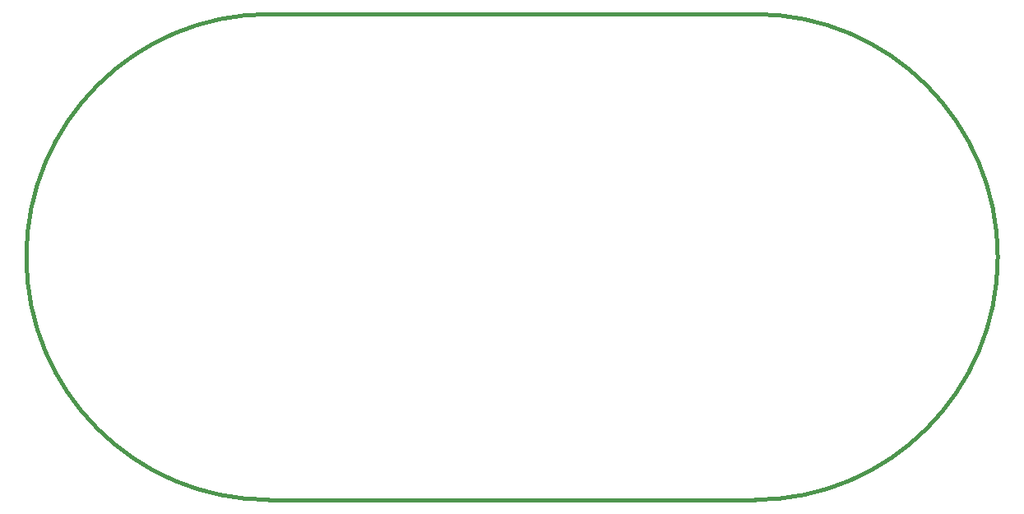
<source format=gbr>
%TF.GenerationSoftware,KiCad,Pcbnew,7.0.6*%
%TF.CreationDate,2023-11-25T17:25:06+01:00*%
%TF.ProjectId,gamepad,67616d65-7061-4642-9e6b-696361645f70,rev?*%
%TF.SameCoordinates,Original*%
%TF.FileFunction,Profile,NP*%
%FSLAX46Y46*%
G04 Gerber Fmt 4.6, Leading zero omitted, Abs format (unit mm)*
G04 Created by KiCad (PCBNEW 7.0.6) date 2023-11-25 17:25:06*
%MOMM*%
%LPD*%
G01*
G04 APERTURE LIST*
%TA.AperFunction,Profile*%
%ADD10C,0.400000*%
%TD*%
G04 APERTURE END LIST*
D10*
X120000000Y-145000000D02*
X170000000Y-145000000D01*
X120000000Y-95000000D02*
X170000000Y-95000000D01*
X195000000Y-120000000D02*
G75*
G03*
X170000000Y-95000000I-25000000J0D01*
G01*
X120000000Y-95000000D02*
G75*
G03*
X95000000Y-120000000I0J-25000000D01*
G01*
X95000000Y-120000000D02*
G75*
G03*
X120000000Y-145000000I25000000J0D01*
G01*
X170000000Y-145000000D02*
G75*
G03*
X195000000Y-120000000I0J25000000D01*
G01*
M02*

</source>
